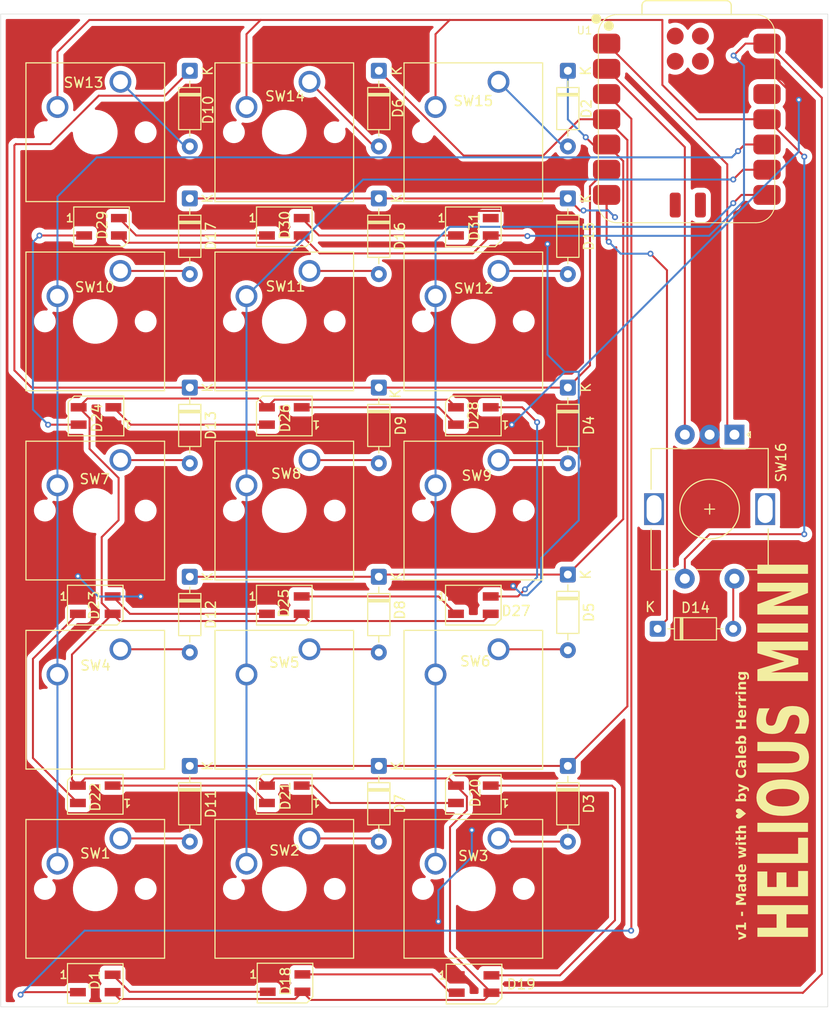
<source format=kicad_pcb>
(kicad_pcb (version 20241229) (generator "pcbnew") (generator_version "9.0")
  (layers (0 "F.Cu" signal) (2 "B.Cu" signal) (13 "F.Paste" user) (15 "B.Paste" user) (5 "F.SilkS" user "F.Silkscreen") (7 "B.SilkS" user "B.Silkscreen") (1 "F.Mask" user) (3 "B.Mask" user) (25 "Edge.Cuts" user))
  (net 0 "")
  (net 1 "Net-(D1-DOUT)")
  (net 2 "LED DATA")
  (net 3 "GND")
  (net 4 "+5V")
  (net 5 "Net-(D2-A)")
  (net 6 "ROW 1")
  (net 7 "Net-(D3-A)")
  (net 8 "ROW 2")
  (net 9 "Net-(D4-A)")
  (net 10 "ROW 4")
  (net 11 "ROW 3")
  (net 12 "Net-(D5-A)")
  (net 13 "Net-(D6-A)")
  (net 14 "Net-(D7-A)")
  (net 15 "Net-(D8-A)")
  (net 16 "Net-(D9-A)")
  (net 17 "Net-(D10-A)")
  (net 18 "Net-(D11-A)")
  (net 19 "Net-(D12-A)")
  (net 20 "Net-(D13-A)")
  (net 21 "Net-(D14-A)")
  (net 22 "Net-(D15-A)")
  (net 23 "Net-(D16-A)")
  (net 24 "Net-(D17-A)")
  (net 25 "Net-(D18-DOUT)")
  (net 26 "Net-(D19-DOUT)")
  (net 27 "Net-(D20-DOUT)")
  (net 28 "Net-(D21-DOUT)")
  (net 29 "Net-(D22-DOUT)")
  (net 30 "Net-(D23-DOUT)")
  (net 31 "Net-(D24-DIN)")
  (net 32 "Net-(D25-DOUT)")
  (net 33 "Net-(D26-DIN)")
  (net 34 "Net-(D27-DOUT)")
  (net 36 "COL 3")
  (net 37 "COL 2")
  (net 38 "COL 1")
  (net 39 "COL 4")
  (net 40 "ENC A")
  (net 41 "ENC B")
  (net 43 "Net-(D24-DOUT)")
  (net 44 "Net-(D29-DOUT)")
  (net 45 "Net-(D30-DOUT)")
  (footprint "LED_SMD:LED_SK6812MINI_PLCC4_3.5x3.5mm_P1.75mm" (layer "F.Cu") (at 142.95 92.86875 180)
    (property "Reference" "D24")
    (property "Value" "SK6812")
  )
  (footprint "Diode_THT:D_DO-35_SOD27_P7.62mm_Horizontal" (layer "F.Cu") (at 171.45 58.1025 -90)
    (property "Reference" "D6")
    (property "Value" "1N4148")
  )
  (footprint "Button_Switch_Keyboard:SW_Cherry_MX_1.00u_PCB" (layer "F.Cu") (at 183.515 97.31375)
    (property "Reference" "SW9")
    (property "Value" "SW_Push")
  )
  (footprint "Diode_THT:D_DO-35_SOD27_P7.62mm_Horizontal" (layer "F.Cu") (at 171.45 70.96125 -90)
    (property "Reference" "D16")
    (property "Value" "1N4148")
  )
  (footprint "Diode_THT:D_DO-35_SOD27_P7.62mm_Horizontal" (layer "F.Cu") (at 190.5 58.1025 -90)
    (property "Reference" "D2")
    (property "Value" "1N4148")
  )
  (footprint "Button_Switch_Keyboard:SW_Cherry_MX_1.00u_PCB" (layer "F.Cu") (at 145.415 78.26375)
    (property "Reference" "SW10")
    (property "Value" "SW_Push")
  )
  (footprint "LED_SMD:LED_SK6812MINI_PLCC4_3.5x3.5mm_P1.75mm" (layer "F.Cu") (at 180.975 73.81875)
    (property "Reference" "D31")
    (property "Value" "SK6812")
  )
  (footprint "LED_SMD:LED_SK6812MINI_PLCC4_3.5x3.5mm_P1.75mm" (layer "F.Cu") (at 161.925 111.91875)
    (property "Reference" "D25")
    (property "Value" "SK6812")
  )
  (footprint "Button_Switch_Keyboard:SW_Cherry_MX_1.00u_PCB" (layer "F.Cu") (at 145.415 97.31375)
    (property "Reference" "SW7")
    (property "Value" "SW_Push")
  )
  (footprint "Button_Switch_Keyboard:SW_Cherry_MX_1.00u_PCB" (layer "F.Cu") (at 145.415 116.36375)
    (property "Reference" "SW4")
    (property "Value" "SW_Push")
  )
  (footprint "Diode_THT:D_DO-35_SOD27_P7.62mm_Horizontal" (layer "F.Cu") (at 152.4 128.11125 -90)
    (property "Reference" "D11")
    (property "Value" "1N4148")
  )
  (footprint "Diode_THT:D_DO-35_SOD27_P7.62mm_Horizontal" (layer "F.Cu") (at 152.4 70.96125 -90)
    (property "Reference" "D17")
    (property "Value" "1N4148")
  )
  (footprint "Button_Switch_Keyboard:SW_Cherry_MX_1.00u_PCB" (layer "F.Cu") (at 164.465 97.31375)
    (property "Reference" "SW8")
    (property "Value" "SW_Push")
  )
  (footprint "Diode_THT:D_DO-35_SOD27_P7.62mm_Horizontal" (layer "F.Cu") (at 190.5 90.01125 -90)
    (property "Reference" "D4")
    (property "Value" "1N4148")
  )
  (footprint "LED_SMD:LED_SK6812MINI_PLCC4_3.5x3.5mm_P1.75mm" (layer "F.Cu") (at 162 149.98)
    (property "Reference" "D18")
    (property "Value" "SK6812")
  )
  (footprint "LED_SMD:LED_SK6812MINI_PLCC4_3.5x3.5mm_P1.75mm" (layer "F.Cu") (at 142.875 111.91875)
    (property "Reference" "D23")
    (property "Value" "SK6812")
  )
  (footprint "OPL Lib:XIAO-RP2040-SMD" (layer "F.Cu") (at 202.40625 62.988)
    (property "Reference" "U1")
    (property "Value" "XIAO-RP2040-DIP")
  )
  (footprint "Button_Switch_Keyboard:SW_Cherry_MX_1.00u_PCB" (layer "F.Cu") (at 183.515 135.41375)
    (property "Reference" "SW3")
    (property "Value" "SW_Push")
  )
  (footprint "LED_SMD:LED_SK6812MINI_PLCC4_3.5x3.5mm_P1.75mm" (layer "F.Cu") (at 142.875 130.96875 180)
    (property "Reference" "D22")
    (property "Value" "SK6812")
  )
  (footprint "LED_SMD:LED_SK6812MINI_PLCC4_3.5x3.5mm_P1.75mm" (layer "F.Cu") (at 180.975 92.86875 180)
    (property "Reference" "D28")
    (property "Value" "SK6812")
  )
  (footprint "Diode_THT:D_DO-35_SOD27_P7.62mm_Horizontal" (layer "F.Cu") (at 190.5 128.11125 -90)
    (property "Reference" "D3")
    (property "Value" "1N4148")
  )
  (footprint "LED_SMD:LED_SK6812MINI_PLCC4_3.5x3.5mm_P1.75mm" (layer "F.Cu") (at 181.05 150.075)
    (property "Reference" "D19")
    (property "Value" "SK6812")
  )
  (footprint "LED_SMD:LED_SK6812MINI_PLCC4_3.5x3.5mm_P1.75mm" (layer "F.Cu") (at 180.975 111.91875)
    (property "Reference" "D27")
    (property "Value" "SK6812")
  )
  (footprint "LED_SMD:LED_SK6812MINI_PLCC4_3.5x3.5mm_P1.75mm" (layer "F.Cu") (at 161.925 130.96875 180)
    (property "Reference" "D21")
    (property "Value" "SK6812")
  )
  (footprint "LED_SMD:LED_SK6812MINI_PLCC4_3.5x3.5mm_P1.75mm" (layer "F.Cu") (at 161.925 73.81875)
    (property "Reference" "D30")
    (property "Value" "SK6812")
  )
  (footprint "Button_Switch_Keyboard:SW_Cherry_MX_1.00u_PCB" (layer "F.Cu") (at 164.465 78.26375)
    (property "Reference" "SW11")
    (property "Value" "SW_Push")
  )
  (footprint "Diode_THT:D_DO-35_SOD27_P7.62mm_Horizontal" (layer "F.Cu") (at 152.4 109.06125 -90)
    (property "Reference" "D12")
    (property "Value" "1N4148")
  )
  (footprint "Button_Switch_Keyboard:SW_Cherry_MX_1.00u_PCB" (layer "F.Cu") (at 164.465 59.21375)
    (property "Reference" "SW14")
    (property "Value" "SW_Push")
  )
  (footprint "LED_SMD:LED_SK6812MINI_PLCC4_3.5x3.5mm_P1.75mm" (layer "F.Cu") (at 180.975 130.96875 180)
    (property "Reference" "D20")
    (property "Value" "SK6812")
  )
  (footprint "Button_Switch_Keyboard:SW_Cherry_MX_1.00u_PCB" (layer "F.Cu") (at 183.515 59.21375)
    (property "Reference" "SW15")
    (property "Value" "SW_Push")
  )
  (footprint "Diode_THT:D_DO-35_SOD27_P7.62mm_Horizontal" (layer "F.Cu") (at 199.54875 114.3)
    (property "Reference" "D14")
    (property "Value" "1N4148")
  )
  (footprint "Button_Switch_Keyboard:SW_Cherry_MX_1.00u_PCB" (layer "F.Cu") (at 183.515 116.36375)
    (property "Reference" "SW6")
    (property "Value" "SW_Push")
  )
  (footprint "Diode_THT:D_DO-35_SOD27_P7.62mm_Horizontal" (layer "F.Cu") (at 152.4 90.01125 -90)
    (property "Reference" "D13")
    (property "Value" "1N4148")
  )
  (footprint "Button_Switch_Keyboard:SW_Cherry_MX_1.00u_PCB" (layer "F.Cu") (at 164.465 116.36375)
    (property "Reference" "SW5")
    (property "Value" "SW_Push")
  )
  (footprint "Diode_THT:D_DO-35_SOD27_P7.62mm_Horizontal" (layer "F.Cu") (at 171.45 90.01125 -90)
    (property "Reference" "D9")
    (property "Value" "1N4148")
  )
  (footprint "Diode_THT:D_DO-35_SOD27_P7.62mm_Horizontal" (layer "F.Cu") (at 152.4 58.1025 -90)
    (property "Reference" "D10")
    (property "Value" "1N4148")
  )
  (footprint "Diode_THT:D_DO-35_SOD27_P7.62mm_Horizontal" (layer "F.Cu") (at 171.45 128.11125 -90)
    (property "Reference" "D7")
    (property "Value" "1N4148")
  )
  (footprint "LED_SMD:LED_SK6812MINI_PLCC4_3.5x3.5mm_P1.75mm" (layer "F.Cu") (at 143.50625 73.81875)
    (property "Reference" "D29")
    (property "Value" "SK6812")
  )
  (footprint "Button_Switch_Keyboard:SW_Cherry_MX_1.00u_PCB" (layer "F.Cu") (at 183.515 78.26375)
    (property "Reference" "SW12")
    (property "Value" "SW_Push")
  )
  (footprint "Diode_THT:D_DO-35_SOD27_P7.62mm_Horizontal" (layer "F.Cu") (at 190.5 70.96125 -90)
    (property "Reference" "D15")
    (property "Value" "1N4148")
  )
  (footprint "Button_Switch_Keyboard:SW_Cherry_MX_1.00u_PCB" (layer "F.Cu") (at 145.415 59.21375)
    (property "Reference" "SW13")
    (property "Value" "SW_Push")
  )
  (footprint "Diode_THT:D_DO-35_SOD27_P7.62mm_Horizontal" (layer "F.Cu") (at 190.5 108.839 -90)
    (property "Reference" "D5")
    (property "Value" "1N4148")
  )
  (footprint "LED_SMD:LED_SK6812MINI_PLCC4_3.5x3.5mm_P1.75mm" (layer "F.Cu") (at 142.875 150.01875)
    (property "Reference" "D1")
    (property "Value" "SK6812")
  )
  (footprint "Button_Switch_Keyboard:SW_Cherry_MX_1.00u_PCB" (layer "F.Cu") (at 164.465 135.41375)
    (property "Reference" "SW2")
    (property "Value" "SW_Push")
  )
  (footprint "Diode_THT:D_DO-35_SOD27_P7.62mm_Horizontal" (layer "F.Cu") (at 171.45 109.06125 -90)
    (property "Reference" "D8")
    (property "Value" "1N4148")
  )
  (footprint "Rotary_Encoder:RotaryEncoder_Alps_EC11E-Switch_Vertical_H20mm" (layer "F.Cu") (at 207.2875 94.75 -90)
    (property "Reference" "SW16")
    (property "Value" "RotaryEncoder_Switch")
  )
  (footprint "Button_Switch_Keyboard:SW_Cherry_MX_1.00u_PCB" (layer "F.Cu") (at 145.415 135.41375)
    (property "Reference" "SW1")
    (property "Value" "SW_Push")
  )
  (footprint "LED_SMD:LED_SK6812MINI_PLCC4_3.5x3.5mm_P1.75mm" (layer "F.Cu") (at 161.925 92.86875 180)
    (property "Reference" "D26")
    (property "Value" "SK6812")
  )
  (gr_rect (start 133.35 52.3875) (end 216.69375 152.375) (stroke (width 0.05)) (fill no) (layer "Edge.Cuts"))
  (gr_text "HELIOUS MINI" (at 215.55 145.775 90) (layer "F.SilkS") (effects (font (size 5 3.5) (thickness 0.3) (bold yes)) (justify left bottom)))
  (gr_text "v1 - Made with ♥️ by Caleb Herring" (at 208.625 145.675 90) (layer "F.SilkS") (effects (font (size 1 1) (thickness 0.25) (bold yes)) (justify left bottom)))
  (segment (start 146.33625 150.855) (end 144.625 149.14375) (width 0.2) (layer "F.Cu") (net 1))
  (segment (start 160.25 150.855) (end 146.33625 150.855) (width 0.2) (layer "F.Cu") (net 1))
  (segment (start 135.60625 150.89375) (end 141.125 150.89375) (width 0.2) (layer "F.Cu") (net 2))
  (segment (start 135.35 151.15) (end 135.60625 150.89375) (width 0.2) (layer "F.Cu") (net 2))
  (segment (start 196.901 144.674) (end 196.875 144.7) (width 0.2) (layer "F.Cu") (net 2))
  (segment (start 194.40625 60.448) (end 196.901 62.94275) (width 0.2) (layer "F.Cu") (net 2))
  (segment (start 196.901 144.649) (end 196.901 144.674) (width 0.2) (layer "F.Cu") (net 2))
  (segment (start 196.901 62.94275) (end 196.901 144.649) (width 0.2) (layer "F.Cu") (net 2))
  (via (at 196.875 144.7) (size 0.6) (drill 0.3) (layers "F.Cu" "B.Cu") (net 2))
  (via (at 135.35 151.15) (size 0.6) (drill 0.3) (layers "F.Cu" "B.Cu") (net 2))
  (segment (start 196.875 144.7) (end 141.8 144.7) (width 0.2) (layer "B.Cu") (net 2))
  (segment (start 141.8 144.7) (end 135.35 151.15) (width 0.2) (layer "B.Cu") (net 2))
  (segment (start 182.0125 109.9875) (end 180.95625 111.04375) (width 0.2) (layer "F.Cu") (net 3))
  (segment (start 177.45 143.775) (end 177.45 147.35) (width 0.2) (layer "F.Cu") (net 3))
  (segment (start 177.45 147.35) (end 179.3 149.2) (width 0.2) (layer "F.Cu") (net 3))
  (segment (start 210.57125 57.908) (end 213.68825 61.025) (width 0.2) (layer "F.Cu") (net 3))
  (segment (start 181.475 133.925) (end 180.825 134.575) (width 0.2) (layer "F.Cu") (net 3))
  (segment (start 160.175 111.04375) (end 147.45625 111.04375) (width 0.2) (layer "F.Cu") (net 3))
  (segment (start 180.95625 111.04375) (end 179.225 111.04375) (width 0.2) (layer "F.Cu") (net 3))
  (segment (start 181.525 133.925) (end 181.475 133.925) (width 0.2) (layer "F.Cu") (net 3))
  (segment (start 141.125 109) (end 141.125 111.04375) (width 0.2) (layer "F.Cu") (net 3))
  (segment (start 188.45 75.55) (end 185.11775 72.21775) (width 0.2) (layer "F.Cu") (net 3))
  (segment (start 184.9875 109.9875) (end 182.0125 109.9875) (width 0.2) (layer "F.Cu") (net 3))
  (segment (start 182.725 131.84375) (end 182.725 132.725) (width 0.2) (layer "F.Cu") (net 3))
  (segment (start 185.11775 72.21775) (end 179.951 72.21775) (width 0.2) (layer "F.Cu") (net 3))
  (segment (start 182.725 132.725) (end 181.525 133.925) (width 0.2) (layer "F.Cu") (net 3))
  (segment (start 179.951 72.21775) (end 179.225 72.94375) (width 0.2) (layer "F.Cu") (net 3))
  (segment (start 184.85 93.75) (end 184.84375 93.74375) (width 0.2) (layer "F.Cu") (net 3))
  (segment (start 147.45625 111.04375) (end 147.45 111.05) (width 0.2) (layer "F.Cu") (net 3))
  (segment (start 184.84375 93.74375) (end 182.725 93.74375) (width 0.2) (layer "F.Cu") (net 3))
  (segment (start 213.68825 61.025) (end 213.775 61.025) (width 0.2) (layer "F.Cu") (net 3))
  (via (at 213.775 61.025) (size 0.6) (drill 0.3) (layers "F.Cu" "B.Cu") (net 3))
  (via (at 180.825 134.575) (size 0.6) (drill 0.3) (layers "F.Cu" "B.Cu") (net 3))
  (via (at 184.85 93.75) (size 0.6) (drill 0.3) (layers "F.Cu" "B.Cu") (net 3))
  (via (at 188.45 75.55) (size 0.6) (drill 0.3) (layers "F.Cu" "B.Cu") (net 3))
  (via (at 141.125 109) (size 0.6) (drill 0.3) (layers "F.Cu" "B.Cu") (net 3))
  (via (at 184.9875 109.9875) (size 0.6) (drill 0.3) (layers "F.Cu" "B.Cu") (net 3))
  (via (at 177.45 143.775) (size 0.6) (drill 0.3) (layers "F.Cu" "B.Cu") (net 3))
  (via (at 147.45 111.05) (size 0.6) (drill 0.3) (layers "F.Cu" "B.Cu") (net 3))
  (segment (start 185.926 110.926) (end 184.95 109.95) (width 0.2) (layer "B.Cu") (net 3))
  (segment (start 190.177707 88.422293) (end 188.45 86.694586) (width 0.2) (layer "B.Cu") (net 3))
  (segment (start 190.177707 88.422293) (end 184.85 93.75) (width 0.2) (layer "B.Cu") (net 3))
  (segment (start 191.601 103.375) (end 187.801 107.175) (width 0.2) (layer "B.Cu") (net 3))
  (segment (start 184.95 109.95) (end 184.975 109.975) (width 0.2) (layer "B.Cu") (net 3))
  (segment (start 191.601 88.422293) (end 191.601 103.375) (width 0.2) (layer "B.Cu") (net 3))
  (segment (start 187.801 107.175) (end 187.801 109.548943) (width 0.2) (layer "B.Cu") (net 3))
  (segment (start 213.775 66.248293) (end 191.601 88.422293) (width 0.2) (layer "B.Cu") (net 3))
  (segment (start 180.825 134.575) (end 180.825 137.26222) (width 0.2) (layer "B.Cu") (net 3))
  (segment (start 177.45 140.63722) (end 177.45 143.775) (width 0.2) (layer "B.Cu") (net 3))
  (segment (start 187.801 109.548943) (end 186.423943 110.926) (width 0.2) (layer "B.Cu") (net 3))
  (segment (start 143.175 111.05) (end 141.125 109) (width 0.2) (layer "B.Cu") (net 3))
  (segment (start 191.601 88.422293) (end 190.177707 88.422293) (width 0.2) (layer "B.Cu") (net 3))
  (segment (start 188.45 86.694586) (end 188.45 75.55) (width 0.2) (layer "B.Cu") (net 3))
  (segment (start 186.423943 110.926) (end 185.926 110.926) (width 0.2) (layer "B.Cu") (net 3))
  (segment (start 147.45 111.05) (end 143.175 111.05) (width 0.2) (layer "B.Cu") (net 3))
  (segment (start 213.775 61.025) (end 213.775 66.248293) (width 0.2) (layer "B.Cu") (net 3))
  (segment (start 180.825 137.26222) (end 177.45 140.63722) (width 0.2) (layer "B.Cu") (net 3))
  (segment (start 142.301 96.181064) (end 142.301 93.09475) (width 0.2) (layer "F.Cu") (net 4))
  (segment (start 214.175 150.975) (end 214.15 150.95) (width 0.2) (layer "F.Cu") (net 4))
  (segment (start 162.949 75.41975) (end 145.98225 75.41975) (width 0.2) (layer "F.Cu") (net 4))
  (segment (start 141.2 91.99375) (end 142.0815 91.11225) (width 0.2) (layer "F.Cu") (net 4))
  (segment (start 144.625 112.79375) (end 145.351 113.51975) (width 0.2) (layer "F.Cu") (net 4))
  (segment (start 180.326 132.56975) (end 180.326 131.19475) (width 0.2) (layer "F.Cu") (net 4))
  (segment (start 178.45625 91.225) (end 179.225 91.99375) (width 0.2) (layer "F.Cu") (net 4))
  (segment (start 144.625 150.89375) (end 145.31225 151.581) (width 0.2) (layer "F.Cu") (net 4))
  (segment (start 182.725 112.79375) (end 182.59375 112.79375) (width 0.2) (layer "F.Cu") (net 4))
  (segment (start 164.401 113.51975) (end 181.999 113.51975) (width 0.2) (layer "F.Cu") (net 4))
  (segment (start 160.94375 91.225) (end 178.45625 91.225) (width 0.2) (layer "F.Cu") (net 4))
  (segment (start 145.98225 75.41975) (end 145.25625 74.69375) (width 0.2) (layer "F.Cu") (net 4))
  (segment (start 179.225 130.09375) (end 178.499 129.36775) (width 0.2) (layer "F.Cu") (net 4))
  (segment (start 181.999 113.51975) (end 182.725 112.79375) (width 0.2) (layer "F.Cu") (net 4))
  (segment (start 165.48125 76.5) (end 163.675 74.69375) (width 0.2) (layer "F.Cu") (net 4))
  (segment (start 160.901 129.36775) (end 160.175 130.09375) (width 0.2) (layer "F.Cu") (net 4))
  (segment (start 143.524 105.069566) (end 145.226 103.367566) (width 0.2) (layer "F.Cu") (net 4))
  (segment (start 180.91875 76.5) (end 165.48125 76.5) (width 0.2) (layer "F.Cu") (net 4))
  (segment (start 186.425 74.75) (end 186.36875 74.69375) (width 0.2) (layer "F.Cu") (net 4))
  (segment (start 162.949 113.51975) (end 163.675 112.79375) (width 0.2) (layer "F.Cu") (net 4))
  (segment (start 178.624 146.774) (end 178.624 134.27175) (width 0.2) (layer "F.Cu") (net 4))
  (segment (start 210.57125 55.368) (end 208.407 55.368) (width 0.2) (layer "F.Cu") (net 4))
  (segment (start 159.449 129.36775) (end 141.851 129.36775) (width 0.2) (layer "F.Cu") (net 4))
  (segment (start 178.624 134.27175) (end 180.326 132.56975) (width 0.2) (layer "F.Cu") (net 4))
  (segment (start 145.226 99.106064) (end 142.301 96.181064) (width 0.2) (layer "F.Cu") (net 4))
  (segment (start 216.09275 149.05725) (end 214.175 150.975) (width 0.2) (layer "F.Cu") (net 4))
  (segment (start 163.75 150.855) (end 164.571 151.676) (width 0.2) (layer "F.Cu") (net 4))
  (segment (start 182.074 151.676) (end 182.8 150.95) (width 0.2) (layer "F.Cu") (net 4))
  (segment (start 145.31225 151.581) (end 163.024 151.581) (width 0.2) (layer "F.Cu") (net 4))
  (segment (start 142.0815 91.11225) (end 159.2935 91.11225) (width 0.2) (layer "F.Cu") (net 4))
  (segment (start 142.301 93.09475) (end 141.2 91.99375) (width 0.2) (layer "F.Cu") (net 4))
  (segment (start 163.024 151.581) (end 163.75 150.855) (width 0.2) (layer "F.Cu") (net 4))
  (segment (start 164.571 151.676) (end 182.074 151.676) (width 0.2) (layer "F.Cu") (net 4))
  (segment (start 145.351 113.51975) (end 162.949 113.51975) (width 0.2) (layer "F.Cu") (net 4))
  (segment (start 144.625 112.79375) (end 143.524 111.69275) (width 0.2) (layer "F.Cu") (net 4))
  (segment (start 140.524 116.89475) (end 140.524 129.49275) (width 0.2) (layer "F.Cu") (net 4))
  (segment (start 210.57125 55.368) (end 210.643 55.368) (width 0.2) (layer "F.Cu") (net 4))
  (segment (start 143.524 111.69275) (end 143.524 105.069566) (width 0.2) (layer "F.Cu") (net 4))
  (segment (start 178.499 129.36775) (end 160.901 129.36775) (width 0.2) (layer "F.Cu") (net 4))
  (segment (start 210.643 55.368) (end 216.09275 60.81775) (width 0.2) (layer "F.Cu") (net 4))
  (segment (start 208.407 55.368) (end 207.2 56.575) (width 0.2) (layer "F.Cu") (net 4))
  (segment (start 141.851 129.36775) (end 141.125 130.09375) (width 0.2) (layer "F.Cu") (net 4))
  (segment (start 145.226 103.367566) (end 145.226 99.106064) (width 0.2) (layer "F.Cu") (net 4))
  (segment (start 182.59375 112.79375) (end 182.375 112.575) (width 0.2) (layer "F.Cu") (net 4))
  (segment (start 182.8 150.95) (end 178.624 146.774) (width 0.2) (layer "F.Cu") (net 4))
  (segment (start 186.36875 74.69375) (end 182.725 74.69375) (width 0.2) (layer "F.Cu") (net 4))
  (segment (start 216.09275 60.81775) (end 216.09275 149.05725) (width 0.2) (layer "F.Cu") (net 4))
  (segment (start 140.524 129.49275) (end 141.125 130.09375) (width 0.2) (layer "F.Cu") (net 4))
  (segment (start 160.175 130.09375) (end 159.449 129.36775) (width 0.2) (layer "F.Cu") (net 4))
  (segment (start 159.2935 91.11225) (end 160.175 91.99375) (width 0.2) (layer "F.Cu") (net 4))
  (segment (start 180.326 131.19475) (end 179.225 130.09375) (width 0.2) (layer "F.Cu") (net 4))
  (segment (start 214.15 150.95) (end 182.8 150.95) (width 0.2) (layer "F.Cu") (net 4))
  (segment (start 160.175 91.99375) (end 160.94375 91.225) (width 0.2) (layer "F.Cu") (net 4))
  (segment (start 182.725 74.69375) (end 180.91875 76.5) (width 0.2) (layer "F.Cu") (net 4))
  (segment (start 163.675 74.69375) (end 162.949 75.41975) (width 0.2) (layer "F.Cu") (net 4))
  (segment (start 144.625 112.79375) (end 140.524 116.89475) (width 0.2) (layer "F.Cu") (net 4))
  (segment (start 163.675 112.79375) (end 164.401 113.51975) (width 0.2) (layer "F.Cu") (net 4))
  (via (at 186.425 74.75) (size 0.6) (drill 0.3) (layers "F.Cu" "B.Cu") (net 4))
  (via (at 207.2 56.575) (size 0.6) (drill 0.3) (layers "F.Cu" "B.Cu") (net 4))
  (segment (start 208.251 57.626) (end 208.251 71.205193) (width 0.2) (layer "B.Cu") (net 4))
  (segment (start 208.251 71.205193) (end 204.732193 74.724) (width 0.2) (layer "B.Cu") (net 4))
  (segment (start 204.732193 74.724) (end 186.451 74.724) (width 0.2) (layer "B.Cu") (net 4))
  (segment (start 207.2 56.575) (end 208.251 57.626) (width 0.2) (layer "B.Cu") (net 4))
  (segment (start 186.451 74.724) (end 186.425 74.75) (width 0.2) (layer "B.Cu") (net 4))
  (segment (start 190.02375 65.7225) (end 190.5 65.7225) (width 0.2) (layer "B.Cu") (net 5))
  (segment (start 183.515 59.21375) (end 190.02375 65.7225) (width 0.2) (layer "B.Cu") (net 5))
  (segment (start 196.5 122.11125) (end 190.5 128.11125) (width 0.2) (layer "F.Cu") (net 6))
  (segment (start 190.5 128.11125) (end 171.45 128.11125) (width 0.2) (layer "F.Cu") (net 6))
  (segment (start 171.45 128.11125) (end 152.4 128.11125) (width 0.2) (layer "F.Cu") (net 6))
  (segment (start 194.40625 62.988) (end 196.5 65.08175) (width 0.2) (layer "F.Cu") (net 6))
  (segment (start 188.0207 66.64475) (end 179.99225 66.64475) (width 0.2) (layer "F.Cu") (net 6))
  (segment (start 191.67745 62.988) (end 188.0207 66.64475) (width 0.2) (layer "F.Cu") (net 6))
  (segment (start 196.5 65.08175) (end 196.5 122.11125) (width 0.2) (layer "F.Cu") (net 6))
  (segment (start 179.99225 66.64475) (end 171.45 58.1025) (width 0.2) (layer "F.Cu") (net 6))
  (segment (start 194.40625 62.988) (end 191.67745 62.988) (width 0.2) (layer "F.Cu") (net 6))
  (segment (start 183.515 135.41375) (end 184.48875 135.41375) (width 0.2) (layer "F.Cu") (net 7))
  (segment (start 184.80625 135.73125) (end 190.5 135.73125) (width 0.2) (layer "F.Cu") (net 7))
  (segment (start 184.48875 135.41375) (end 184.80625 135.73125) (width 0.2) (layer "F.Cu") (net 7))
  (segment (start 196.08225 103.25675) (end 190.5 108.839) (width 0.2) (layer "F.Cu") (net 8))
  (segment (start 190.5 108.839) (end 171.67225 108.839) (width 0.2) (layer "F.Cu") (net 8))
  (segment (start 193.028 65.528) (end 192.3 64.8) (width 0.2) (layer "F.Cu") (net 8))
  (segment (start 196.08225 67.204) (end 196.08225 103.25675) (width 0.2) (layer "F.Cu") (net 8))
  (segment (start 152.62225 108.839) (end 152.4 109.06125) (width 0.2) (layer "F.Cu") (net 8))
  (segment (start 194.40625 65.528) (end 193.028 65.528) (width 0.2) (layer "F.Cu") (net 8))
  (segment (start 194.40625 65.528) (end 196.08225 67.204) (width 0.2) (layer "F.Cu") (net 8))
  (segment (start 171.45 109.06125) (end 152.4 109.06125) (width 0.2) (layer "F.Cu") (net 8))
  (via (at 192.3 64.8) (size 0.6) (drill 0.3) (layers "F.Cu" "B.Cu") (net 8))
  (segment (start 190.5 63) (end 190.5 58.1025) (width 0.2) (layer "B.Cu") (net 8))
  (segment (start 192.3 64.8) (end 190.5 63) (width 0.2) (layer "B.Cu") (net 8))
  (segment (start 183.515 97.31375) (end 190.1825 97.31375) (width 0.2) (layer "F.Cu") (net 9))
  (segment (start 190.1825 97.31375) (end 190.5 97.63125) (width 0.2) (layer "F.Cu") (net 9))
  (segment (start 195.25 72.85) (end 194.40625 72.00625) (width 0.2) (layer "F.Cu") (net 10))
  (segment (start 194.40625 75.10625) (end 194.40625 70.608) (width 0.2) (layer "F.Cu") (net 10))
  (segment (start 152.4 70.96125) (end 171.45 70.96125) (width 0.2) (layer "F.Cu") (net 10))
  (segment (start 200.4885 113.36025) (end 200.4885 78.1885) (width 0.2) (layer "F.Cu") (net 10))
  (segment (start 199.54875 114.3) (end 200.4885 113.36025) (width 0.2) (layer "F.Cu") (net 10))
  (segment (start 191.71375 72.175) (end 192.075 72.175) (width 0.2) (layer "F.Cu") (net 10))
  (segment (start 190.5 70.96125) (end 191.71375 72.175) (width 0.2) (layer "F.Cu") (net 10))
  (segment (start 200.4885 78.1885) (end 198.825 76.525) (width 0.2) (layer "F.Cu") (net 10))
  (segment (start 171.45 70.96125) (end 190.5 70.96125) (width 0.2) (layer "F.Cu") (net 10))
  (segment (start 194.625 75.325) (end 194.40625 75.10625) (width 0.2) (layer "F.Cu") (net 10))
  (segment (start 194.40625 72.00625) (end 194.40625 70.608) (width 0.2) (layer "F.Cu") (net 10))
  (via (at 194.625 75.325) (size 0.6) (drill 0.3) (layers "F.Cu" "B.Cu") (net 10))
  (via (at 195.25 72.85) (size 0.6) (drill 0.3) (layers "F.Cu" "B.Cu") (net 10))
  (via (at 192.075 72.175) (size 0.6) (drill 0.3) (layers "F.Cu" "B.Cu") (net 10))
  (via (at 198.825 76.525) (size 0.6) (drill 0.3) (layers "F.Cu" "B.Cu") (net 10))
  (segment (start 198.825 76.525) (end 195.825 76.525) (width 0.2) (layer "B.Cu") (net 10))
  (segment (start 195.825 76.525) (end 194.625 75.325) (width 0.2) (layer "B.Cu") (net 10))
  (segment (start 192.075 72.175) (end 194.575 72.175) (width 0.2) (layer "B.Cu") (net 10))
  (segment (start 194.575 72.175) (end 195.25 72.85) (width 0.2) (layer "B.Cu") (net 10))
  (segment (start 192.73025 87.781) (end 190.5 90.01125) (width 0.2) (layer "F.Cu") (net 11))
  (segment (start 192.73025 69.744) (end 192.73025 87.781) (width 0.2) (layer "F.Cu") (net 11))
  (segment (start 152.4 90.01125) (end 136.46125 90.01125) (width 0.2) (layer "F.Cu") (net 11))
  (segment (start 190.5 90.01125) (end 171.45 90.01125) (width 0.2) (layer "F.Cu") (net 11))
  (segment (start 149.88775 60.61475) (end 152.4 58.1025) (width 0.2) (layer "F.Cu") (net 11))
  (segment (start 134.875 65.475) (end 134.89475 65.49475) (width 0.2) (layer "F.Cu") (net 11))
  (segment (start 134.89475 65.49475) (end 138.349184 65.49475) (width 0.2) (layer "F.Cu") (net 11))
  (segment (start 136.46125 90.01125) (end 134.725 88.275) (width 0.2) (layer "F.Cu") (net 11))
  (segment (start 171.45 90.01125) (end 152.4 90.01125) (width 0.2) (layer "F.Cu") (net 11))
  (segment (start 134.725 88.275) (end 134.725 65.625) (width 0.2) (layer "F.Cu") (net 11))
  (segment (start 134.725 65.625) (end 134.875 65.475) (width 0.2) (layer "F.Cu") (net 11))
  (segment (start 143.229184 60.61475) (end 149.88775 60.61475) (width 0.2) (layer "F.Cu") (net 11))
  (segment (start 138.349184 65.49475) (end 143.229184 60.61475) (width 0.2) (layer "F.Cu") (net 11))
  (segment (start 194.40625 68.068) (end 192.73025 69.744) (width 0.2) (layer "F.Cu") (net 11))
  (segment (start 183.515 116.36375) (end 190.40475 116.36375) (width 0.2) (layer "F.Cu") (net 12))
  (segment (start 190.40475 116.36375) (end 190.5 116.459) (width 0.2) (layer "F.Cu") (net 12))
  (segment (start 164.465 59.21375) (end 170.97375 65.7225) (width 0.2) (layer "F.Cu") (net 13))
  (segment (start 170.97375 65.7225) (end 171.45 65.7225) (width 0.2) (layer "F.Cu") (net 13))
  (segment (start 164.465 135.41375) (end 171.1325 135.41375) (width 0.2) (layer "F.Cu") (net 14))
  (segment (start 171.1325 135.41375) (end 171.45 135.73125) (width 0.2) (layer "F.Cu") (net 14))
  (segment (start 171.1325 116.36375) (end 171.45 116.68125) (width 0.2) (layer "F.Cu") (net 15))
  (segment (start 164.465 116.36375) (end 171.1325 116.36375) (width 0.2) (layer "F.Cu") (net 15))
  (segment (start 164.465 97.31375) (end 171.1325 97.31375) (width 0.2) (layer "F.Cu") (net 16))
  (segment (start 171.1325 97.31375) (end 171.45 97.63125) (width 0.2) (layer "F.Cu") (net 16))
  (segment (start 151.92375 65.7225) (end 152.4 65.7225) (width 0.2) (layer "B.Cu") (net 17))
  (segment (start 145.415 59.21375) (end 151.92375 65.7225) (width 0.2) (layer "B.Cu") (net 17))
  (segment (start 145.415 135.41375) (end 152.0825 135.41375) (width 0.2) (layer "F.Cu") (net 18))
  (segment (start 152.0825 135.41375) (end 152.4 135.73125) (width 0.2) (layer "F.Cu") (net 18))
  (segment (start 152.0825 116.36375) (end 152.4 116.68125) (width 0.2) (layer "F.Cu") (net 19))
  (segment (start 145.415 116.36375) (end 152.0825 116.36375) (width 0.2) (layer "F.Cu") (net 19))
  (segment (start 152.0825 97.31375) (end 152.4 97.63125) (width 0.2) (layer "F.Cu") (net 20))
  (segment (start 145.415 97.31375) (end 152.0825 97.31375) (width 0.2) (layer "F.Cu") (net 20))
  (segment (start 207.2875 109.25) (end 207.2875 109.4875) (width 0.2) (layer "F.Cu") (net 21))
  (segment (start 207.325 109.525) (end 207.25 109.525) (width 0.2) (layer "F.Cu") (net 21))
  (segment (start 207.16875 109.60625) (end 207.16875 114.3) (width 0.2) (layer "F.Cu") (net 21))
  (segment (start 207.2875 109.4875) (end 207.325 109.525) (width 0.2) (layer "F.Cu") (net 21))
  (segment (start 207.25 109.525) (end 207.16875 109.60625) (width 0.2) (layer "F.Cu") (net 21))
  (segment (start 190.1825 78.26375) (end 190.5 78.58125) (width 0.2) (layer "F.Cu") (net 22))
  (segment (start 183.515 78.26375) (end 190.1825 78.26375) (width 0.2) (layer "F.Cu") (net 22))
  (segment (start 164.465 78.26375) (end 171.1325 78.26375) (width 0.2) (layer "F.Cu") (net 23))
  (segment (start 171.1325 78.26375) (end 171.45 78.58125) (width 0.2) (layer "F.Cu") (net 23))
  (segment (start 152.0825 78.26375) (end 152.4 78.58125) (width 0.2) (layer "F.Cu") (net 24))
  (segment (start 145.415 78.26375) (end 152.0825 78.26375) (width 0.2) (layer "F.Cu") (net 24))
  (segment (start 176.805 149.105) (end 163.75 149.105) (width 0.2) (layer "F.Cu") (net 25))
  (segment (start 179.3 150.95) (end 178.65 150.95) (width 0.2) (layer "F.Cu") (net 25))
  (segment (start 178.65 150.95) (end 176.805 149.105) (width 0.2) (layer "F.Cu") (net 25))
  (segment (start 182.8 149.2) (end 189.7 149.2) (width 0.2) (layer "F.Cu") (net 26))
  (segment (start 195.25 143.65) (end 195.25 130.4) (width 0.2) (layer "F.Cu") (net 26))
  (segment (start 194.94375 130.09375) (end 182.725 130.09375) (width 0.2) (layer "F.Cu") (net 26))
  (segment (start 195.25 130.4) (end 194.94375 130.09375) (width 0.2) (layer "F.Cu") (net 26))
  (segment (start 189.7 149.2) (end 195.25 143.65) (width 0.2) (layer "F.Cu") (net 26))
  (segment (start 166.55625 131.84375) (end 179.225 131.84375) (width 0.2) (layer "F.Cu") (net 27))
  (segment (start 164.80625 130.09375) (end 166.55625 131.84375) (width 0.2) (layer "F.Cu") (net 27))
  (segment (start 163.675 130.09375) (end 164.80625 130.09375) (width 0.2) (layer "F.Cu") (net 27))
  (segment (start 158.425 130.09375) (end 160.175 131.84375) (width 0.2) (layer "F.Cu") (net 28))
  (segment (start 144.625 130.09375) (end 158.425 130.09375) (width 0.2) (layer "F.Cu") (net 28))
  (segment (start 136.594 127.31275) (end 136.594 117.32475) (width 0.2) (layer "F.Cu") (net 29))
  (segment (start 136.594 117.32475) (end 141.125 112.79375) (width 0.2) (layer "F.Cu") (net 29))
  (segment (start 141.125 131.84375) (end 136.594 127.31275) (width 0.2) (layer "F.Cu") (net 29))
  (segment (start 160.175 112.79375) (end 146.375 112.79375) (width 0.2) (layer "F.Cu") (net 30))
  (segment (start 160.175 112.79375) (end 160.175 112.775) (width 0.2) (layer "F.Cu") (net 30))
  (segment (start 146.375 112.79375) (end 144.625 111.04375) (width 0.2) (layer "F.Cu") (net 30))
  (segment (start 160.175 112.775) (end 160.35 112.6) (width 0.2) (layer "F.Cu") (net 30))
  (segment (start 160.175 93.74375) (end 146.45 93.74375) (width 0.2) (layer "F.Cu") (net 31))
  (segment (start 146.45 93.74375) (end 144.7 91.99375) (width 0.2) (layer "F.Cu") (net 31))
  (segment (start 177.475 111.04375) (end 179.225 112.79375) (width 0.2) (layer "F.Cu") (net 32))
  (segment (start 163.675 111.04375) (end 177.475 111.04375) (width 0.2) (layer "F.Cu") (net 32))
  (segment (start 177.475 91.99375) (end 179.225 93.74375) (width 0.2) (layer "F.Cu") (net 33))
  (segment (start 163.675 91.99375) (end 177.475 91.99375) (width 0.2) (layer "F.Cu") (net 33))
  (segment (start 187.4 93.5) (end 185.89375 91.99375) (width 0.2) (layer "F.Cu") (net 34))
  (segment (start 185.89375 91.99375) (end 182.725 91.99375) (width 0.2) (layer "F.Cu") (net 34))
  (segment (start 182.725 111.04375) (end 185.45625 111.04375) (width 0.2) (layer "F.Cu") (net 34))
  (segment (start 185.45625 111.04375) (end 186.175 110.325) (width 0.2) (layer "F.Cu") (net 34))
  (via (at 187.4 93.5) (size 0.6) (drill 0.3) (layers "F.Cu" "B.Cu") (net 34))
  (via (at 186.175 110.325) (size 0.6) (drill 0.3) (layers "F.Cu" "B.Cu") (net 34))
  (segment (start 187.4 109.1) (end 186.175 110.325) (width 0.2) (layer "B.Cu") (net 34))
  (segment (start 187.4 93.5) (end 187.4 109.1) (width 0.2) (layer "B.Cu") (net 34))
  (segment (start 210.57125 65.528) (end 208.322 65.528) (width 0.2) (layer "F.Cu") (net 36))
  (segment (start 208.322 65.528) (end 207.65 66.2) (width 0.2) (layer "F.Cu") (net 36))
  (via (at 207.65 66.2) (size 0.6) (drill 0.3) (layers "F.Cu" "B.Cu") (net 36))
  (segment (start 138.27125 80.80375) (end 138.1125 80.9625) (width 0.2) (layer "B.Cu") (net 36))
  (segment (start 207.64375 66.2) (end 207.02025 66.8235) (width 0.2) (layer "B.Cu") (net 36))
  (segment (start 139.065 99.85375) (end 139.065 118.90375) (width 0.2) (layer "B.Cu") (net 36))
  (segment (start 139.065 80.80375) (end 138.27125 80.80375) (width 0.2) (layer "B.Cu") (net 36))
  (segment (start 207.65 66.2) (end 207.64375 66.2) (width 0.2) (layer "B.Cu") (net 36))
  (segment (start 139.065 118.90375) (end 139.065 137.95375) (width 0.2) (layer "B.Cu") (net 36))
  (segment (start 139.065 80.80375) (end 139.065 70.782) (width 0.2) (layer "B.Cu") (net 36))
  (segment (start 139.065 80.80375) (end 139.065 99.85375) (width 0.2) (layer "B.Cu") (net 36))
  (segment (start 143.0235 66.8235) (end 207.02025 66.8235) (width 0.2) (layer "B.Cu") (net 36))
  (segment (start 139.065 70.782) (end 143.0235 66.8235) (width 0.2) (layer "B.Cu") (net 36))
  (segment (start 208.157 68.068) (end 207.16875 69.05625) (width 0.2) (layer "F.Cu") (net 37))
  (segment (start 210.57125 68.068) (end 210.943 68.068) (width 0.2) (layer "F.Cu") (net 37))
  (segment (start 210.57125 68.068) (end 208.157 68.068) (width 0.2) (layer "F.Cu") (net 37))
  (via (at 207.16875 69.05625) (size 0.6) (drill 0.3) (layers "F.Cu" "B.Cu") (net 37))
  (segment (start 158.115 118.90375) (end 158.115 137.95375) (width 0.2) (layer "B.Cu") (net 37))
  (segment (start 207.16875 69.05625) (end 169.8625 69.05625) (width 0.2) (layer "B.Cu") (net 37))
  (segment (start 169.8625 69.05625) (end 158.115 80.80375) (width 0.2) (layer "B.Cu") (net 37))
  (segment (start 158.115 80.80375) (end 158.115 99.85375) (width 0.2) (layer "B.Cu") (net 37))
  (segment (start 158.115 99.85375) (end 158.115 118.90375) (width 0.2) (layer "B.Cu") (net 37))
  (segment (start 207.99825 70.608) (end 207.16875 71.4375) (width 0.2) (layer "F.Cu") (net 38))
  (segment (start 210.57125 70.608) (end 207.99825 70.608) (width 0.2) (layer "F.Cu") (net 38))
  (via (at 207.16875 71.4375) (size 0.6) (drill 0.3) (layers "F.Cu" "B.Cu") (net 38))
  (segment (start 177.165 80.80375) (end 177.165 99.85375) (width 0.2) (layer "B.Cu") (net 38))
  (segment (start 177.165 75.2475) (end 177.165 80.80375) (width 0.2) (layer "B.Cu") (net 38))
  (segment (start 204.7875 73.81875) (end 178.59375 73.81875) (width 0.2) (layer "B.Cu") (net 38))
  (segment (start 207.16875 71.4375) (end 204.7875 73.81875) (width 0.2) (layer "B.Cu") (net 38))
  (segment (start 177.165 118.90375) (end 177.165 137.95375) (width 0.2) (layer "B.Cu") (net 38))
  (segment (start 178.59375 73.81875) (end 177.165 75.2475) (width 0.2) (layer "B.Cu") (net 38))
  (segment (start 177.165 99.85375) (end 177.165 118.90375) (width 0.2) (layer "B.Cu") (net 38))
  (segment (start 159.54375 52.9885) (end 142.274 52.9885) (width 0.2) (layer "F.Cu") (net 39))
  (segment (start 203.48175 62.988) (end 200.025 59.53125) (width 0.2) (layer "F.Cu") (net 39))
  (segment (start 202.2875 109.25) (end 202.2875 107.275) (width 0.2) (layer "F.Cu") (net 39))
  (segment (start 210.57125 62.988) (end 203.48175 62.988) (width 0.2) (layer "F.Cu") (net 39))
  (segment (start 200.025 52.9885) (end 178.59375 52.9885) (width 0.2) (layer "F.Cu") (net 39))
  (segment (start 142.274 52.9885) (end 139.065 56.1975) (width 0.2) (layer "F.Cu") (net 39))
  (segment (start 177.165 61.75375) (end 177.165 54.41725) (width 0.2) (layer "F.Cu") (net 39))
  (segment (start 204.7875 104.775) (end 214.3125 104.775) (width 0.2) (layer "F.Cu") (net 39))
  (segment (start 177.165 54.41725) (end 178.59375 52.9885) (width 0.2) (layer "F.Cu") (net 39))
  (segment (start 202.2875 107.275) (end 204.7875 104.775) (width 0.2) (layer "F.Cu") (net 39))
  (segment (start 178.59375 52.9885) (end 159.54375 52.9885) (width 0.2) (layer "F.Cu") (net 39))
  (segment (start 158.115 54.41725) (end 159.54375 52.9885) (width 0.2) (layer "F.Cu") (net 39))
  (segment (start 139.065 56.1975) (end 139.065 61.75375) (width 0.2) (layer "F.Cu") (net 39))
  (segment (start 200.025 59.53125) (end 200.025 52.9885) (width 0.2) (layer "F.Cu") (net 39))
  (segment (start 214.3125 66.72925) (end 210.57125 62.988) (width 0.2) (layer "F.Cu") (net 39))
  (segment (start 210.57125 62.988) (end 210.85575 62.988) (width 0.2) (layer "F.Cu") (net 39))
  (segment (start 214.3125 104.775) (end 214.325 104.775) (width 0.2) (layer "F.Cu") (net 39))
  (segment (start 158.115 61.75375) (end 158.115 54.41725) (width 0.2) (layer "F.Cu") (net 39))
  (via (at 214.325 66.75) (size 0.6) (drill 0.3) (layers "F.Cu" "B.Cu") (net 39))
  (via (at 214.325 104.775) (size 0.6) (drill 0.3) (layers "F.Cu" "B.Cu") (net 39))
  (segment (start 214.325 104.775) (end 214.325 66.75) (width 0.2) (layer "B.Cu") (net 39))
  (segment (start 194.40625 55.368) (end 206.56775 67.5295) (width 0.2) (layer "F.Cu") (net 40))
  (segment (start 206.56775 67.5295) (end 206.56775 94.03025) (width 0.2) (layer "F.Cu") (net 40))
  (segment (start 206.56775 94.03025) (end 207.2875 94.75) (width 0.2) (layer "F.Cu") (net 40))
  (segment (start 202.2875 65.78925) (end 202.2875 94.75) (width 0.2) (layer "F.Cu") (net 41))
  (segment (start 194.40625 57.908) (end 202.2875 65.78925) (width 0.2) (layer "F.Cu") (net 41))
  (segment (start 137.25625 74.69375) (end 141.75625 74.69375) (width 0.2) (layer "F.Cu") (net 43))
  (segment (start 138.13125 93.74375) (end 138.125 93.75) (width 0.2) (layer "F.Cu") (net 43))
  (segment (start 137.25 74.7) (end 137.25625 74.69375) (width 0.2) (layer "F.Cu") (net 43))
  (segment (start 141.2 93.74375) (end 138.13125 93.74375) (width 0.2) (layer "F.Cu") (net 43))
  (via (at 138.125 93.75) (size 0.6) (drill 0.3) (layers "F.Cu" "B.Cu") (net 43))
  (via (at 137.25 74.7) (size 0.6) (drill 0.3) (layers "F.Cu" "B.Cu") (net 43))
  (segment (start 136.594 92.219) (end 136.594 75.356) (width 0.2) (layer "B.Cu") (net 43))
  (segment (start 136.594 75.356) (end 137.25 74.7) (width 0.2) (layer "B.Cu") (net 43))
  (segment (start 138.125 93.75) (end 136.594 92.219) (width 0.2) (layer "B.Cu") (net 43))
  (segment (start 147.00625 74.69375) (end 145.25625 72.94375) (width 0.2) (layer "F.Cu") (net 44))
  (segment (start 160.175 74.69375) (end 147.00625 74.69375) (width 0.2) (layer "F.Cu") (net 44))
  (segment (start 165.425 74.69375) (end 163.675 72.94375) (width 0.2) (layer "F.Cu") (net 45))
  (segment (start 179.225 74.69375) (end 165.425 74.69375) (width 0.2) (layer "F.Cu") (net 45))
  (zone (net 3) (net_name "GND") (layer "F.Cu") (connect_pads yes (clearance 0.5)) (min_thickness 0.25) (fill yes (thermal_gap 0.5) (thermal_bridge_width 0.5))
    (polygon (pts (xy 133.4 52.425) (xy 216.75 52.4) (xy 216.65 152.575) (xy 133.325 152.5) (xy 133.375 52.525)))
  )
)
</source>
